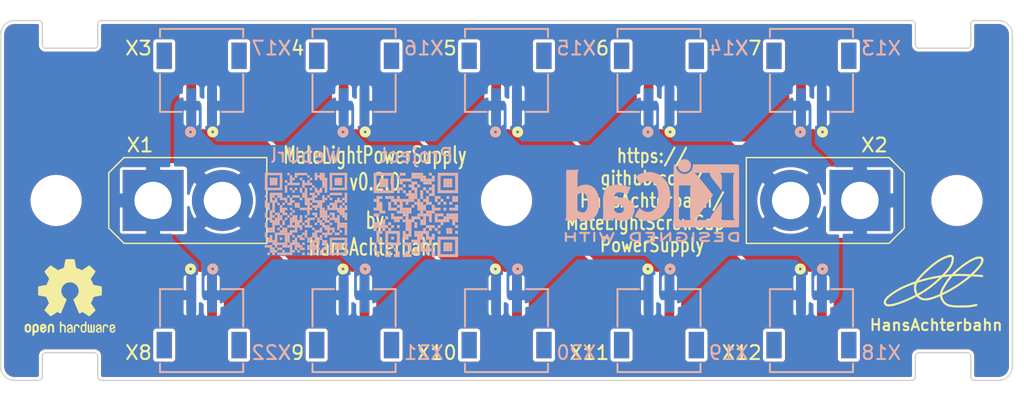
<source format=kicad_pcb>
(kicad_pcb (version 20211014) (generator pcbnew)
  (title_block (title "MateLightPowerSupplyPcb") (date "2022-09-21") (rev "v0.2.0") (company "by HansAchterbahn"))
  (layers (0 "F.Cu" signal) (31 "B.Cu" signal) (34 "B.Paste" user) (35 "F.Paste" user) (36 "B.SilkS" user "B.Silkscreen") (37 "F.SilkS" user "F.Silkscreen") (38 "B.Mask" user) (39 "F.Mask" user) (44 "Edge.Cuts" user))
  (net 0 "")
  (net 1 "+5V")
  (net 2 "GND")
  (footprint "MountingHole:MountingHole_3.2mm_M3_DIN965" (layer "F.Cu") (at 6 15)
    (fp_text reference "H1" hide)
    (fp_text value "MountingHole" hide)
    (pad "" np_thru_hole circle (at 0 0) (size 3.2 3.2) (drill 3.2) (layers *.Cu *.Mask))
  )
  (footprint "h8-Connectors:JST_S2B-ZR-SM4A-TF(LF)(SN)" (layer "F.Cu") (at 38.5 24)
    (fp_text reference "X10" (at -3.5 2) (layer "F.SilkS") (effects (justify right)))
    (fp_text value "S2B-ZR-SM4A-TF")
    (pad "1" smd rect (at -0.75 -2.15 180) (size 0.7 2.5) (layers "F.Cu" "F.Paste" "F.Mask") (net 1 "+5V"))
    (pad "2" smd rect (at 0.75 -2.15 180) (size 0.7 2.5) (layers "F.Cu" "F.Paste" "F.Mask") (net 2 "GND"))
    (pad "S1" smd rect (at -2.7 1.45 180) (size 1.1 1.9) (layers "F.Cu" "F.Paste" "F.Mask"))
    (pad "S2" smd rect (at 2.7 1.45 180) (size 1.1 1.9) (layers "F.Cu" "F.Paste" "F.Mask"))
  )
  (footprint "h8-Connectors:JST_S2B-ZR-SM4A-TF(LF)(SN)" (layer "F.Cu") (at 49.5 6 180)
    (fp_text reference "X6" (at 3.5 2 180) (layer "F.SilkS") (effects (justify right)))
    (fp_text value "S2B-ZR-SM4A-TF")
    (pad "1" smd rect (at -0.75 -2.15) (size 0.7 2.5) (layers "F.Cu" "F.Paste" "F.Mask") (net 1 "+5V"))
    (pad "2" smd rect (at 0.75 -2.15) (size 0.7 2.5) (layers "F.Cu" "F.Paste" "F.Mask") (net 2 "GND"))
    (pad "S1" smd rect (at -2.7 1.45) (size 1.1 1.9) (layers "F.Cu" "F.Paste" "F.Mask"))
    (pad "S2" smd rect (at 2.7 1.45) (size 1.1 1.9) (layers "F.Cu" "F.Paste" "F.Mask"))
  )
  (footprint "h8-Connectors:JST_S2B-ZR-SM4A-TF(LF)(SN)" (layer "F.Cu") (at 38.5 6 180)
    (fp_text reference "X5" (at 3.5 2 180) (layer "F.SilkS") (effects (justify right)))
    (fp_text value "S2B-ZR-SM4A-TF")
    (pad "1" smd rect (at -0.75 -2.15) (size 0.7 2.5) (layers "F.Cu" "F.Paste" "F.Mask") (net 1 "+5V"))
    (pad "2" smd rect (at 0.75 -2.15) (size 0.7 2.5) (layers "F.Cu" "F.Paste" "F.Mask") (net 2 "GND"))
    (pad "S1" smd rect (at -2.7 1.45) (size 1.1 1.9) (layers "F.Cu" "F.Paste" "F.Mask"))
    (pad "S2" smd rect (at 2.7 1.45) (size 1.1 1.9) (layers "F.Cu" "F.Paste" "F.Mask"))
  )
  (footprint "h8-Connectors:XT30" (layer "F.Cu") (at 15.5 15)
    (fp_text reference "X1" (at -4.5 -4) (layer "F.SilkS") (effects (justify left)))
    (fp_text value "XT30U-M" hide)
    (pad "1" thru_hole rect locked (at -2.5 0) (size 4.4 4.4) (drill 2.7) (layers *.Cu *.Mask) (net 2 "GND"))
    (pad "2" thru_hole circle locked (at 2.5 0) (size 4.4 4.4) (drill 2.7) (layers *.Cu *.Mask) (net 1 "+5V"))
  )
  (footprint "h8-Connectors:XT30" (layer "F.Cu") (at 61.5 15 180)
    (fp_text reference "X2" (at -4.6 4) (layer "F.SilkS") (effects (justify right)))
    (fp_text value "XT30U-M" hide)
    (pad "1" thru_hole rect locked (at -2.5 0 180) (size 4.4 4.4) (drill 2.7) (layers *.Cu *.Mask) (net 2 "GND"))
    (pad "2" thru_hole circle locked (at 2.5 0 180) (size 4.4 4.4) (drill 2.7) (layers *.Cu *.Mask) (net 1 "+5V"))
  )
  (footprint "h8-Connectors:JST_S2B-ZR-SM4A-TF(LF)(SN)" (layer "F.Cu") (at 16.5 6 180)
    (fp_text reference "X3" (at 3.5 2 180) (layer "F.SilkS") (effects (justify right)))
    (fp_text value "S2B-ZR-SM4A-TF")
    (pad "1" smd rect (at -0.75 -2.15) (size 0.7 2.5) (layers "F.Cu" "F.Paste" "F.Mask") (net 1 "+5V"))
    (pad "2" smd rect (at 0.75 -2.15) (size 0.7 2.5) (layers "F.Cu" "F.Paste" "F.Mask") (net 2 "GND"))
    (pad "S1" smd rect (at -2.7 1.45) (size 1.1 1.9) (layers "F.Cu" "F.Paste" "F.Mask"))
    (pad "S2" smd rect (at 2.7 1.45) (size 1.1 1.9) (layers "F.Cu" "F.Paste" "F.Mask"))
  )
  (footprint "h8-Connectors:JST_S2B-ZR-SM4A-TF(LF)(SN)" (layer "F.Cu") (at 60.5 6 180)
    (fp_text reference "X7" (at 3.5 2 180) (layer "F.SilkS") (effects (justify right)))
    (fp_text value "S2B-ZR-SM4A-TF")
    (pad "1" smd rect (at -0.75 -2.15) (size 0.7 2.5) (layers "F.Cu" "F.Paste" "F.Mask") (net 1 "+5V"))
    (pad "2" smd rect (at 0.75 -2.15) (size 0.7 2.5) (layers "F.Cu" "F.Paste" "F.Mask") (net 2 "GND"))
    (pad "S1" smd rect (at -2.7 1.45) (size 1.1 1.9) (layers "F.Cu" "F.Paste" "F.Mask"))
    (pad "S2" smd rect (at 2.7 1.45) (size 1.1 1.9) (layers "F.Cu" "F.Paste" "F.Mask"))
  )
  (footprint "h8-Connectors:JST_S2B-ZR-SM4A-TF(LF)(SN)" (layer "F.Cu") (at 16.5 24)
    (fp_text reference "X8" (at -3.5 2) (layer "F.SilkS") (effects (justify right)))
    (fp_text value "S2B-ZR-SM4A-TF")
    (pad "1" smd rect (at -0.75 -2.15 180) (size 0.7 2.5) (layers "F.Cu" "F.Paste" "F.Mask") (net 1 "+5V"))
    (pad "2" smd rect (at 0.75 -2.15 180) (size 0.7 2.5) (layers "F.Cu" "F.Paste" "F.Mask") (net 2 "GND"))
    (pad "S1" smd rect (at -2.7 1.45 180) (size 1.1 1.9) (layers "F.Cu" "F.Paste" "F.Mask"))
    (pad "S2" smd rect (at 2.7 1.45 180) (size 1.1 1.9) (layers "F.Cu" "F.Paste" "F.Mask"))
  )
  (footprint "h8-Connectors:JST_S2B-ZR-SM4A-TF(LF)(SN)" (layer "F.Cu") (at 27.5 6 180)
    (fp_text reference "X4" (at 3.5 2 180) (layer "F.SilkS") (effects (justify right)))
    (fp_text value "S2B-ZR-SM4A-TF")
    (pad "1" smd rect (at -0.75 -2.15) (size 0.7 2.5) (layers "F.Cu" "F.Paste" "F.Mask") (net 1 "+5V"))
    (pad "2" smd rect (at 0.75 -2.15) (size 0.7 2.5) (layers "F.Cu" "F.Paste" "F.Mask") (net 2 "GND"))
    (pad "S1" smd rect (at -2.7 1.45) (size 1.1 1.9) (layers "F.Cu" "F.Paste" "F.Mask"))
    (pad "S2" smd rect (at 2.7 1.45) (size 1.1 1.9) (layers "F.Cu" "F.Paste" "F.Mask"))
  )
  (footprint "Symbol:OSHW-Logo2_7.3x6mm_SilkScreen" (layer "F.Cu") (at 7 22)
    (fp_text reference "REF**" hide)
    (fp_text value "OSHW-Logo2_7.3x6mm_SilkScreen" hide)
  )
  (footprint "MountingHole:MountingHole_3.2mm_M3_DIN965" (layer "F.Cu") (at 71 15)
    (fp_text reference "H3" hide)
    (fp_text value "MountingHole" hide)
    (pad "" np_thru_hole circle (at 0 0) (size 3.2 3.2) (drill 3.2) (layers *.Cu *.Mask))
  )
  (footprint "h8-Logos:h8-Logo-4mm" (layer "F.Cu") (at 70 21)
    (fp_text reference "REF**" hide)
    (fp_text value "h8-Logo-4mm")
  )
  (footprint "h8-Connectors:JST_S2B-ZR-SM4A-TF(LF)(SN)" (layer "F.Cu") (at 60.5 24)
    (fp_text reference "X12" (at -3.5 2) (layer "F.SilkS") (effects (justify right)))
    (fp_text value "S2B-ZR-SM4A-TF")
    (pad "1" smd rect (at -0.75 -2.15 180) (size 0.7 2.5) (layers "F.Cu" "F.Paste" "F.Mask") (net 1 "+5V"))
    (pad "2" smd rect (at 0.75 -2.15 180) (size 0.7 2.5) (layers "F.Cu" "F.Paste" "F.Mask") (net 2 "GND"))
    (pad "S1" smd rect (at -2.7 1.45 180) (size 1.1 1.9) (layers "F.Cu" "F.Paste" "F.Mask"))
    (pad "S2" smd rect (at 2.7 1.45 180) (size 1.1 1.9) (layers "F.Cu" "F.Paste" "F.Mask"))
  )
  (footprint "MountingHole:MountingHole_3.2mm_M3_DIN965" (layer "F.Cu") (at 38.5 15)
    (fp_text reference "H2" hide)
    (fp_text value "MountingHole" hide)
    (pad "" np_thru_hole circle (at 0 0) (size 3.2 3.2) (drill 3.2) (layers *.Cu *.Mask))
  )
  (footprint "h8-Connectors:JST_S2B-ZR-SM4A-TF(LF)(SN)" (layer "F.Cu") (at 49.5 24)
    (fp_text reference "X11" (at -3.5 2) (layer "F.SilkS") (effects (justify right)))
    (fp_text value "S2B-ZR-SM4A-TF")
    (pad "1" smd rect (at -0.75 -2.15 180) (size 0.7 2.5) (layers "F.Cu" "F.Paste" "F.Mask") (net 1 "+5V"))
    (pad "2" smd rect (at 0.75 -2.15 180) (size 0.7 2.5) (layers "F.Cu" "F.Paste" "F.Mask") (net 2 "GND"))
    (pad "S1" smd rect (at -2.7 1.45 180) (size 1.1 1.9) (layers "F.Cu" "F.Paste" "F.Mask"))
    (pad "S2" smd rect (at 2.7 1.45 180) (size 1.1 1.9) (layers "F.Cu" "F.Paste" "F.Mask"))
  )
  (footprint "h8-Connectors:JST_S2B-ZR-SM4A-TF(LF)(SN)" (layer "F.Cu") (at 27.5 24)
    (fp_text reference "X9" (at -3.5 2) (layer "F.SilkS") (effects (justify right)))
    (fp_text value "S2B-ZR-SM4A-TF")
    (pad "1" smd rect (at -0.75 -2.15 180) (size 0.7 2.5) (layers "F.Cu" "F.Paste" "F.Mask") (net 1 "+5V"))
    (pad "2" smd rect (at 0.75 -2.15 180) (size 0.7 2.5) (layers "F.Cu" "F.Paste" "F.Mask") (net 2 "GND"))
    (pad "S1" smd rect (at -2.7 1.45 180) (size 1.1 1.9) (layers "F.Cu" "F.Paste" "F.Mask"))
    (pad "S2" smd rect (at 2.7 1.45 180) (size 1.1 1.9) (layers "F.Cu" "F.Paste" "F.Mask"))
  )
  (footprint "h8-Connectors:JST_S2B-ZR-SM4A-TF(LF)(SN)" (layer "B.Cu") (at 38.5 24 180)
    (fp_text reference "X20" (at -3.5 -2) (layer "B.SilkS") (effects (justify right mirror)))
    (fp_text value "S2B-ZR-SM4A-TF")
    (pad "1" smd rect (at -0.75 2.15) (size 0.7 2.5) (layers "B.Cu" "B.Paste" "B.Mask") (net 1 "+5V"))
    (pad "2" smd rect (at 0.75 2.15) (size 0.7 2.5) (layers "B.Cu" "B.Paste" "B.Mask") (net 2 "GND"))
    (pad "S1" smd rect (at -2.7 -1.45) (size 1.1 1.9) (layers "B.Cu" "B.Paste" "B.Mask"))
    (pad "S2" smd rect (at 2.7 -1.45) (size 1.1 1.9) (layers "B.Cu" "B.Paste" "B.Mask"))
  )
  (footprint "h8-Connectors:JST_S2B-ZR-SM4A-TF(LF)(SN)" (layer "B.Cu") (at 16.5 24 180)
    (fp_text reference "X22" (at -3.5 -2) (layer "B.SilkS") (effects (justify right mirror)))
    (fp_text value "S2B-ZR-SM4A-TF")
    (pad "1" smd rect (at -0.75 2.15) (size 0.7 2.5) (layers "B.Cu" "B.Paste" "B.Mask") (net 1 "+5V"))
    (pad "2" smd rect (at 0.75 2.15) (size 0.7 2.5) (layers "B.Cu" "B.Paste" "B.Mask") (net 2 "GND"))
    (pad "S1" smd rect (at -2.7 -1.45) (size 1.1 1.9) (layers "B.Cu" "B.Paste" "B.Mask"))
    (pad "S2" smd rect (at 2.7 -1.45) (size 1.1 1.9) (layers "B.Cu" "B.Paste" "B.Mask"))
  )
  (footprint "h8-Connectors:JST_S2B-ZR-SM4A-TF(LF)(SN)" (layer "B.Cu") (at 27.5 24 180)
    (fp_text reference "X21" (at -3.5 -2) (layer "B.SilkS") (effects (justify right mirror)))
    (fp_text value "S2B-ZR-SM4A-TF")
    (pad "1" smd rect (at -0.75 2.15) (size 0.7 2.5) (layers "B.Cu" "B.Paste" "B.Mask") (net 1 "+5V"))
    (pad "2" smd rect (at 0.75 2.15) (size 0.7 2.5) (layers "B.Cu" "B.Paste" "B.Mask") (net 2 "GND"))
    (pad "S1" smd rect (at -2.7 -1.45) (size 1.1 1.9) (layers "B.Cu" "B.Paste" "B.Mask"))
    (pad "S2" smd rect (at 2.7 -1.45) (size 1.1 1.9) (layers "B.Cu" "B.Paste" "B.Mask"))
  )
  (footprint "MateLightPowerSupplyPcb-qr:QR_WebUrl" (layer "B.Cu") (at 24 16 180)
    (fp_text reference "QR2" hide)
    (fp_text value "WebUrl" (at 0 4.25) (layer "B.SilkS") (effects (justify mirror)))
  )
  (footprint "h8-Connectors:JST_S2B-ZR-SM4A-TF(LF)(SN)" (layer "B.Cu") (at 60.5 6)
    (fp_text reference "X13" (at 3.5 -2 180) (layer "B.SilkS") (effects (justify right mirror)))
    (fp_text value "S2B-ZR-SM4A-TF")
    (pad "1" smd rect (at -0.75 2.15 180) (size 0.7 2.5) (layers "B.Cu" "B.Paste" "B.Mask") (net 1 "+5V"))
    (pad "2" smd rect (at 0.75 2.15 180) (size 0.7 2.5) (layers "B.Cu" "B.Paste" "B.Mask") (net 2 "GND"))
    (pad "S1" smd rect (at -2.7 -1.45 180) (size 1.1 1.9) (layers "B.Cu" "B.Paste" "B.Mask"))
    (pad "S2" smd rect (at 2.7 -1.45 180) (size 1.1 1.9) (layers "B.Cu" "B.Paste" "B.Mask"))
  )
  (footprint "h8-Connectors:JST_S2B-ZR-SM4A-TF(LF)(SN)" (layer "B.Cu") (at 38.5 6)
    (fp_text reference "X15" (at 3.5 -2 180) (layer "B.SilkS") (effects (justify right mirror)))
    (fp_text value "S2B-ZR-SM4A-TF")
    (pad "1" smd rect (at -0.75 2.15 180) (size 0.7 2.5) (layers "B.Cu" "B.Paste" "B.Mask") (net 1 "+5V"))
    (pad "2" smd rect (at 0.75 2.15 180) (size 0.7 2.5) (layers "B.Cu" "B.Paste" "B.Mask") (net 2 "GND"))
    (pad "S1" smd rect (at -2.7 -1.45 180) (size 1.1 1.9) (layers "B.Cu" "B.Paste" "B.Mask"))
    (pad "S2" smd rect (at 2.7 -1.45 180) (size 1.1 1.9) (layers "B.Cu" "B.Paste" "B.Mask"))
  )
  (footprint "Symbol:KiCad-Logo2_5mm_SilkScreen" (layer "B.Cu") (at 49 15 180)
    (fp_text reference "REF**" hide)
    (fp_text value "KiCad-Logo2_5mm_SilkScreen" hide)
  )
  (footprint "h8-Connectors:JST_S2B-ZR-SM4A-TF(LF)(SN)" (layer "B.Cu") (at 49.5 6)
    (fp_text reference "X14" (at 3.5 -2 180) (layer "B.SilkS") (effects (justify right mirror)))
    (fp_text value "S2B-ZR-SM4A-TF")
    (pad "1" smd rect (at -0.75 2.15 180) (size 0.7 2.5) (layers "B.Cu" "B.Paste" "B.Mask") (net 1 "+5V"))
    (pad "2" smd rect (at 0.75 2.15 180) (size 0.7 2.5) (layers "B.Cu" "B.Paste" "B.Mask") (net 2 "GND"))
    (pad "S1" smd rect (at -2.7 -1.45 180) (size 1.1 1.9) (layers "B.Cu" "B.Paste" "B.Mask"))
    (pad "S2" smd rect (at 2.7 -1.45 180) (size 1.1 1.9) (layers "B.Cu" "B.Paste" "B.Mask"))
  )
  (footprint "h8-Connectors:JST_S2B-ZR-SM4A-TF(LF)(SN)" (layer "B.Cu") (at 60.5 24 180)
    (fp_text reference "X18" (at -3.5 -2) (layer "B.SilkS") (effects (justify right mirror)))
    (fp_text value "S2B-ZR-SM4A-TF")
    (pad "1" smd rect (at -0.75 2.15) (size 0.7 2.5) (layers "B.Cu" "B.Paste" "B.Mask") (net 1 "+5V"))
    (pad "2" smd rect (at 0.75 2.15) (size 0.7 2.5) (layers "B.Cu" "B.Paste" "B.Mask") (net 2 "GND"))
    (pad "S1" smd rect (at -2.7 -1.45) (size 1.1 1.9) (layers "B.Cu" "B.Paste" "B.Mask"))
    (pad "S2" smd rect (at 2.7 -1.45) (size 1.1 1.9) (layers "B.Cu" "B.Paste" "B.Mask"))
  )
  (footprint "h8-Connectors:JST_S2B-ZR-SM4A-TF(LF)(SN)" (layer "B.Cu") (at 49.5 24 180)
    (fp_text reference "X19" (at -3.5 -2) (layer "B.SilkS") (effects (justify right mirror)))
    (fp_text value "S2B-ZR-SM4A-TF")
    (pad "1" smd rect (at -0.75 2.15) (size 0.7 2.5) (layers "B.Cu" "B.Paste" "B.Mask") (net 1 "+5V"))
    (pad "2" smd rect (at 0.75 2.15) (size 0.7 2.5) (layers "B.Cu" "B.Paste" "B.Mask") (net 2 "GND"))
    (pad "S1" smd rect (at -2.7 -1.45) (size 1.1 1.9) (layers "B.Cu" "B.Paste" "B.Mask"))
    (pad "S2" smd rect (at 2.7 -1.45) (size 1.1 1.9) (layers "B.Cu" "B.Paste" "B.Mask"))
  )
  (footprint "h8-Connectors:JST_S2B-ZR-SM4A-TF(LF)(SN)" (layer "B.Cu") (at 16.5 6)
    (fp_text reference "X17" (at 3.5 -2 180) (layer "B.SilkS") (effects (justify right mirror)))
    (fp_text value "S2B-ZR-SM4A-TF")
    (pad "1" smd rect (at -0.75 2.15 180) (size 0.7 2.5) (layers "B.Cu" "B.Paste" "B.Mask") (net 1 "+5V"))
    (pad "2" smd rect (at 0.75 2.15 180) (size 0.7 2.5) (layers "B.Cu" "B.Paste" "B.Mask") (net 2 "GND"))
    (pad "S1" smd rect (at -2.7 -1.45 180) (size 1.1 1.9) (layers "B.Cu" "B.Paste" "B.Mask"))
    (pad "S2" smd rect (at 2.7 -1.45 180) (size 1.1 1.9) (layers "B.Cu" "B.Paste" "B.Mask"))
  )
  (footprint "MateLightPowerSupplyPcb-qr:QR_ProjecData" (layer "B.Cu") (at 32 16 180)
    (fp_text reference "QR1" hide)
    (fp_text value "Project" (at 0 4.25) (layer "B.SilkS") (effects (justify mirror)))
  )
  (footprint "h8-Connectors:JST_S2B-ZR-SM4A-TF(LF)(SN)" (layer "B.Cu") (at 27.5 6)
    (fp_text reference "X16" (at 3.5 -2 180) (layer "B.SilkS") (effects (justify right mirror)))
    (fp_text value "S2B-ZR-SM4A-TF")
    (pad "1" smd rect (at -0.75 2.15 180) (size 0.7 2.5) (layers "B.Cu" "B.Paste" "B.Mask") (net 1 "+5V"))
    (pad "2" smd rect (at 0.75 2.15 180) (size 0.7 2.5) (layers "B.Cu" "B.Paste" "B.Mask") (net 2 "GND"))
    (pad "S1" smd rect (at -2.7 -1.45 180) (size 1.1 1.9) (layers "B.Cu" "B.Paste" "B.Mask"))
    (pad "S2" smd rect (at 2.7 -1.45 180) (size 1.1 1.9) (layers "B.Cu" "B.Paste" "B.Mask"))
  )
  (gr_arc (start 75 27) (mid 74.707107 27.707107) (end 74 28) (layer "Edge.Cuts") (width 0.1))
  (gr_line (start 2 27) (end 2 3) (layer "Edge.Cuts") (width 0.1))
  (gr_line (start 67.75 28) (end 9.25 28) (layer "Edge.Cuts") (width 0.1))
  (gr_arc (start 68 26.25) (mid 68.073223 26.073223) (end 68.25 26) (layer "Edge.Cuts") (width 0.1))
  (gr_arc (start 72 2.25) (mid 72.073223 2.073223) (end 72.25 2) (layer "Edge.Cuts") (width 0.1))
  (gr_arc (start 68 27.75) (mid 67.926777 27.926777) (end 67.75 28) (layer "Edge.Cuts") (width 0.1))
  (gr_arc (start 9.25 28) (mid 9.073223 27.926777) (end 9 27.75) (layer "Edge.Cuts") (width 0.1))
  (gr_arc (start 74 2) (mid 74.707107 2.292893) (end 75 3) (layer "Edge.Cuts") (width 0.1))
  (gr_line (start 75 3) (end 75 27) (layer "Edge.Cuts") (width 0.1))
  (gr_arc (start 67.75 2) (mid 67.926777 2.073223) (end 68 2.25) (layer "Edge.Cuts") (width 0.1))
  (gr_arc (start 5 26.25) (mid 5.073223 26.073223) (end 5.25 26) (layer "Edge.Cuts") (width 0.1))
  (gr_line (start 72 3.75) (end 72 2.25) (layer "Edge.Cuts") (width 0.1))
  (gr_line (start 5 2.25) (end 5 3.75) (layer "Edge.Cuts") (width 0.1))
  (gr_line (start 68 26.25) (end 68 27.75) (layer "Edge.Cuts") (width 0.1))
  (gr_line (start 5 26.25) (end 5 27.75) (layer "Edge.Cuts") (width 0.1))
  (gr_arc (start 9 2.25) (mid 9.073223 2.073223) (end 9.25 2) (layer "Edge.Cuts") (width 0.1))
  (gr_line (start 68 2.25) (end 68 3.75) (layer "Edge.Cuts") (width 0.1))
  (gr_line (start 8.75 26) (end 5.25 26) (layer "Edge.Cuts") (width 0.1))
  (gr_arc (start 5.25 4) (mid 5.073223 3.926777) (end 5 3.75) (layer "Edge.Cuts") (width 0.1))
  (gr_arc (start 8.75 26) (mid 8.926777 26.073223) (end 9 26.25) (layer "Edge.Cuts") (width 0.1))
  (gr_arc (start 72 3.75) (mid 71.926777 3.926777) (end 71.75 4) (layer "Edge.Cuts") (width 0.1))
  (gr_line (start 4.75 28) (end 3 28) (layer "Edge.Cuts") (width 0.1))
  (gr_arc (start 68.25 4) (mid 68.073223 3.926777) (end 68 3.75) (layer "Edge.Cuts") (width 0.1))
  (gr_line (start 9 27.75) (end 9 26.25) (layer "Edge.Cuts") (width 0.1))
  (gr_line (start 74 28) (end 72.25 28) (layer "Edge.Cuts") (width 0.1))
  (gr_line (start 72 27.75) (end 72 26.25) (layer "Edge.Cuts") (width 0.1))
  (gr_arc (start 2 3) (mid 2.292893 2.292893) (end 3 2) (layer "Edge.Cuts") (width 0.1))
  (gr_line (start 9 3.75) (end 9 2.25) (layer "Edge.Cuts") (width 0.1))
  (gr_arc (start 72.25 28) (mid 72.073223 27.926777) (end 72 27.75) (layer "Edge.Cuts") (width 0.1))
  (gr_line (start 71.75 26) (end 68.25 26) (layer "Edge.Cuts") (width 0.1))
  (gr_arc (start 71.75 26) (mid 71.926777 26.073223) (end 72 26.25) (layer "Edge.Cuts") (width 0.1))
  (gr_line (start 4.75 2) (end 3 2) (layer "Edge.Cuts") (width 0.1))
  (gr_arc (start 4.75 2) (mid 4.926777 2.073223) (end 5 2.25) (layer "Edge.Cuts") (width 0.1))
  (gr_line (start 9.25 2) (end 67.75 2) (layer "Edge.Cuts") (width 0.1))
  (gr_line (start 74 2) (end 72.25 2) (layer "Edge.Cuts") (width 0.1))
  (gr_arc (start 3 28) (mid 2.292893 27.707107) (end 2 27) (layer "Edge.Cuts") (width 0.1))
  (gr_line (start 5.25 4) (end 8.75 4) (layer "Edge.Cuts") (width 0.1))
  (gr_line (start 68.25 4) (end 71.75 4) (layer "Edge.Cuts") (width 0.1))
  (gr_arc (start 5 27.75) (mid 4.926777 27.926777) (end 4.75 28) (layer "Edge.Cuts") (width 0.1))
  (gr_arc (start 9 3.75) (mid 8.926777 3.926777) (end 8.75 4) (layer "Edge.Cuts") (width 0.1))
  (gr_text "by\nHansAchterbahn\n" (at 29 17.4) (layer "F.SilkS") (effects (font (size 1.2 0.8))))
  (gr_text "HansAchterbahn\n" (at 69.5 24) (layer "F.SilkS") (effects (font (size 0.8 0.8))))
  (gr_text "https://\ngithub.com/\nHansAchterbahn/\nMateLightScrewCap-\nPowerSupply" (at 49 15) (layer "F.SilkS") (effects (font (size 1 0.8))))
  (gr_text "MateLightPowerSupply\nv0.2.0" (at 29 12.7) (layer "F.SilkS") (effects (font (size 1.2 0.8))))
  (zone (net 1) (net_name "+5V") (layer "F.Cu") (name "Top-5V") (priority 1) (connect_pads (clearance 0.25)) (min_thickness 0.2) (fill yes (thermal_gap 0.5) (thermal_bridge_width 1) (smoothing fillet) (radius 1))
    (polygon (pts (xy 37.5 11.5) (xy 38.5 10.5) (xy 38.5 7.5) (xy 40 7.5) (xy 44 11.5) (xy 48.5 11.5) (xy 49.5 10.5) (xy 49.5 7.5) (xy 51 7.5) (xy 55 11) (xy 60 11) (xy 60.5 10.5) (xy 60.5 7.5) (xy 62 7.5) (xy 63 8.5) (xy 63 17) (xy 62.5 17) (xy 60.5 19) (xy 60.5 22.5) (xy 59 22.5) (xy 55 18.5) (xy 50 18.5) (xy 49.5 19) (xy 49.5 22.5) (xy 48 22.5) (xy 44 18.5) (xy 39 18.5) (xy 38.5 19) (xy 38.5 22.5) (xy 37 22.5) (xy 33 18.5) (xy 28 18.5) (xy 27.5 19) (xy 27.5 22.5) (xy 26 22.5) (xy 22 18.5) (xy 17 18.5) (xy 16.5 19) (xy 16.5 22.5) (xy 15 22.5) (xy 14 21.5) (xy 14 13.5) (xy 16.5 11) (xy 16.5 7.5) (xy 18 7.5) (xy 22 11.5) (xy 26.5 11.5) (xy 27.5 10.5) (xy 27.5 7.5) (xy 29 7.5) (xy 33 11.5)))
  )
  (zone (net 2) (net_name "GND") (layer "F.Cu") (name "Top-GND") (connect_pads (clearance 0.25)) (min_thickness 0.2) (fill yes (thermal_gap 0.5) (thermal_bridge_width 1) (smoothing fillet) (radius 1))
    (polygon (pts (xy 75 28) (xy 2 28) (xy 2 2) (xy 75 2)))
  )
  (zone (net 2) (net_name "GND") (layer "B.Cu") (connect_pads (clearance 0.25)) (min_thickness 0.2) (fill yes (thermal_gap 0.2) (thermal_bridge_width 1) (smoothing fillet) (radius 1))
    (polygon (pts (xy 75 28) (xy 2 28) (xy 2 2) (xy 75 2)))
  )
  (zone (net 1) (net_name "+5V") (layer "B.Cu") (name "Top-5V") (priority 1) (connect_pads (clearance 0.25)) (min_thickness 0.2) (fill yes (thermal_gap 0.2) (thermal_bridge_width 1) (smoothing fillet) (radius 1))
    (polygon (pts (xy 37.5 19) (xy 38.5 20) (xy 38.5 22.5) (xy 40 22.5) (xy 43.5 19) (xy 48.5 19) (xy 49.5 20) (xy 49.5 22.5) (xy 51 22.5) (xy 54.5 19) (xy 59.5 19) (xy 60.5 20) (xy 60.5 22.5) (xy 62 22.5) (xy 62.5 22) (xy 62.5 13) (xy 60.5 11) (xy 60.5 7.5) (xy 59 7.5) (xy 55.5 11) (xy 50.5 11) (xy 49.5 10) (xy 49.5 7.5) (xy 48 7.5) (xy 44.5 11) (xy 39.5 11) (xy 38.5 10) (xy 38.5 7.5) (xy 37 7.5) (xy 33.5 11) (xy 28.5 11) (xy 27.5 10) (xy 27.5 7.5) (xy 26 7.5) (xy 22.5 11) (xy 17.5 11) (xy 16.5 10) (xy 16.5 7.5) (xy 15 7.5) (xy 14.5 8) (xy 14.5 17.5) (xy 16.5 19.5) (xy 16.5 22.5) (xy 18 22.5) (xy 21.5 19) (xy 26.5 19) (xy 27.5 20) (xy 27.5 22.5) (xy 29 22.5) (xy 32.5 19)))
  )
)
</source>
